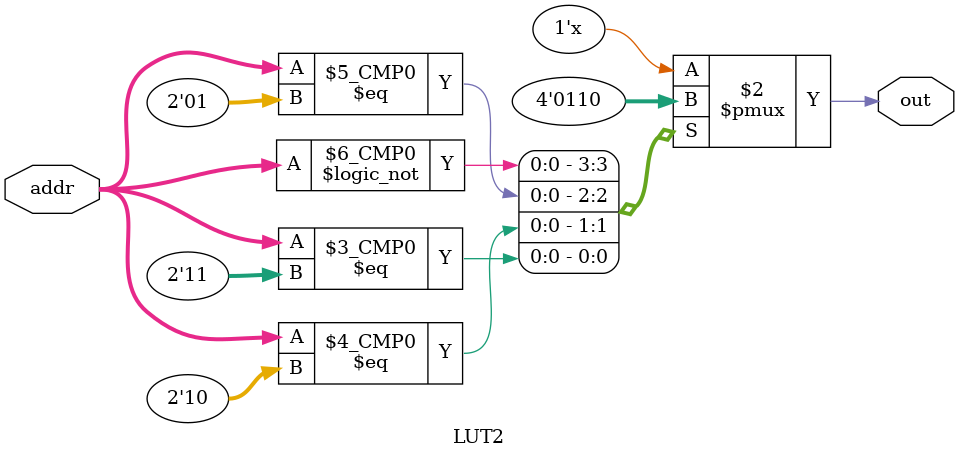
<source format=v>

module LUT2(input [1:0] addr, output reg out);

    always @(*)begin
        case(addr)
            2'b00: out = 1'b0;
            2'b01: out = 1'b1;
            2'b10: out = 1'b1;
            2'b11: out = 1'b0;
        endcase 
    end
endmodule
    
</source>
